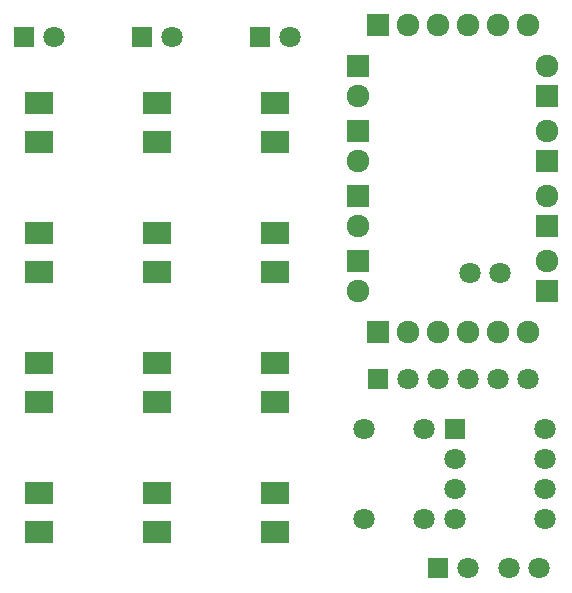
<source format=gbs>
G04 (created by PCBNEW (2013-04-19 BZR 4011)-stable) date 9/19/2013 12:32:27 AM*
%MOIN*%
G04 Gerber Fmt 3.4, Leading zero omitted, Abs format*
%FSLAX34Y34*%
G01*
G70*
G90*
G04 APERTURE LIST*
%ADD10C,0.00393701*%
%ADD11R,0.095748X0.075748*%
%ADD12R,0.070748X0.070748*%
%ADD13C,0.070748*%
%ADD14R,0.075748X0.075748*%
%ADD15C,0.075748*%
G04 APERTURE END LIST*
G54D10*
G54D11*
X84251Y-36850D03*
X84251Y-38150D03*
X84251Y-41180D03*
X84251Y-42480D03*
X84251Y-45511D03*
X84251Y-46811D03*
X84251Y-49842D03*
X84251Y-51142D03*
G54D12*
X83751Y-34645D03*
G54D13*
X84751Y-34645D03*
G54D11*
X80314Y-36850D03*
X80314Y-38150D03*
X80314Y-41180D03*
X80314Y-42480D03*
X80314Y-45511D03*
X80314Y-46811D03*
X80314Y-49842D03*
X80314Y-51142D03*
G54D12*
X79814Y-34645D03*
G54D13*
X80814Y-34645D03*
G54D11*
X76377Y-36850D03*
X76377Y-38150D03*
X76377Y-41180D03*
X76377Y-42480D03*
X76377Y-45511D03*
X76377Y-46811D03*
X76377Y-49842D03*
X76377Y-51142D03*
G54D12*
X75877Y-34645D03*
G54D13*
X76877Y-34645D03*
X87188Y-47712D03*
X89188Y-47712D03*
X87188Y-50712D03*
X89188Y-50712D03*
G54D12*
X87657Y-46062D03*
G54D13*
X88657Y-46062D03*
X89657Y-46062D03*
X90657Y-46062D03*
X91657Y-46062D03*
X92657Y-46062D03*
G54D12*
X89657Y-52362D03*
G54D13*
X90657Y-52362D03*
G54D12*
X90232Y-47712D03*
G54D13*
X90232Y-48712D03*
X90232Y-49712D03*
X90232Y-50712D03*
X93232Y-50712D03*
X93232Y-49712D03*
X93232Y-48712D03*
X93232Y-47712D03*
X92019Y-52362D03*
X93019Y-52362D03*
G54D14*
X93307Y-43118D03*
G54D15*
X93307Y-42118D03*
G54D14*
X93307Y-40952D03*
G54D15*
X93307Y-39952D03*
G54D14*
X93307Y-38787D03*
G54D15*
X93307Y-37787D03*
G54D14*
X93307Y-36622D03*
G54D15*
X93307Y-35622D03*
G54D14*
X87007Y-35622D03*
G54D15*
X87007Y-36622D03*
G54D14*
X87007Y-37787D03*
G54D15*
X87007Y-38787D03*
G54D14*
X87007Y-39952D03*
G54D15*
X87007Y-40952D03*
G54D14*
X87007Y-42118D03*
G54D15*
X87007Y-43118D03*
G54D14*
X87657Y-44488D03*
G54D15*
X88657Y-44488D03*
X89657Y-44488D03*
X90657Y-44488D03*
X91657Y-44488D03*
X92657Y-44488D03*
G54D14*
X87657Y-34251D03*
G54D15*
X88657Y-34251D03*
X89657Y-34251D03*
X90657Y-34251D03*
X91657Y-34251D03*
X92657Y-34251D03*
G54D13*
X90740Y-42519D03*
X91740Y-42519D03*
M02*

</source>
